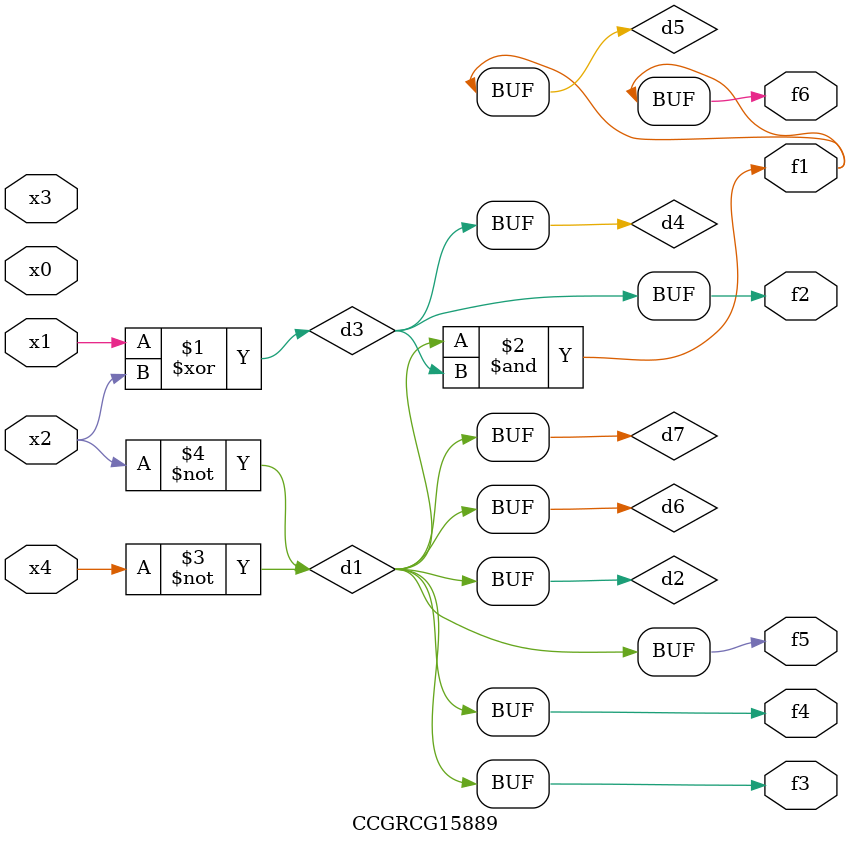
<source format=v>
module CCGRCG15889(
	input x0, x1, x2, x3, x4,
	output f1, f2, f3, f4, f5, f6
);

	wire d1, d2, d3, d4, d5, d6, d7;

	not (d1, x4);
	not (d2, x2);
	xor (d3, x1, x2);
	buf (d4, d3);
	and (d5, d1, d3);
	buf (d6, d1, d2);
	buf (d7, d2);
	assign f1 = d5;
	assign f2 = d4;
	assign f3 = d7;
	assign f4 = d7;
	assign f5 = d7;
	assign f6 = d5;
endmodule

</source>
